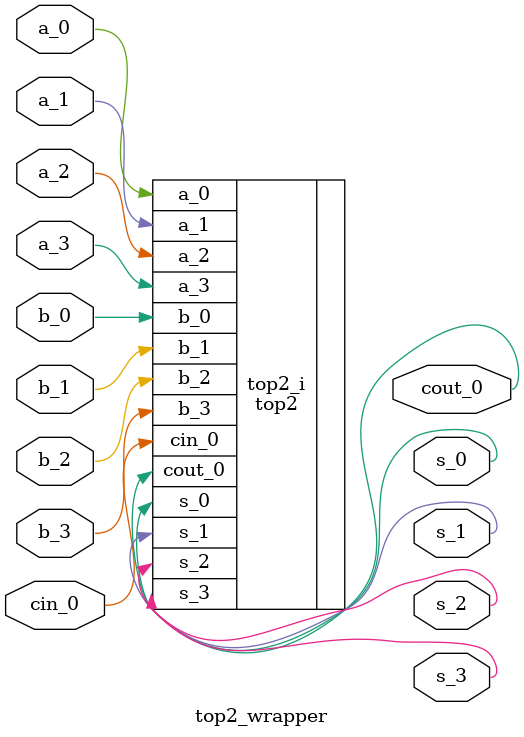
<source format=v>
`timescale 1 ps / 1 ps

module top2_wrapper
   (a_0,
    a_1,
    a_2,
    a_3,
    b_0,
    b_1,
    b_2,
    b_3,
    cin_0,
    cout_0,
    s_0,
    s_1,
    s_2,
    s_3);
  input a_0;
  input a_1;
  input a_2;
  input a_3;
  input b_0;
  input b_1;
  input b_2;
  input b_3;
  input cin_0;
  output cout_0;
  output s_0;
  output s_1;
  output s_2;
  output s_3;

  wire a_0;
  wire a_1;
  wire a_2;
  wire a_3;
  wire b_0;
  wire b_1;
  wire b_2;
  wire b_3;
  wire cin_0;
  wire cout_0;
  wire s_0;
  wire s_1;
  wire s_2;
  wire s_3;

  top2 top2_i
       (.a_0(a_0),
        .a_1(a_1),
        .a_2(a_2),
        .a_3(a_3),
        .b_0(b_0),
        .b_1(b_1),
        .b_2(b_2),
        .b_3(b_3),
        .cin_0(cin_0),
        .cout_0(cout_0),
        .s_0(s_0),
        .s_1(s_1),
        .s_2(s_2),
        .s_3(s_3));
endmodule

</source>
